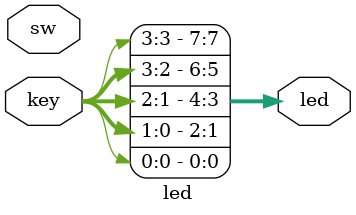
<source format=v>
module led(key,sw,led);

input wire [3:0] key;
input wire [3:0] sw;
output wire [7:0] led;

assign led[0]=key[0];
assign led[1]=key[0];
assign led[2]=key[1];
assign led[3]=key[1];

assign led[4]=key[2];
assign led[5]=key[2];
assign led[6]=key[3];
assign led[7]=key[3];

endmodule
</source>
